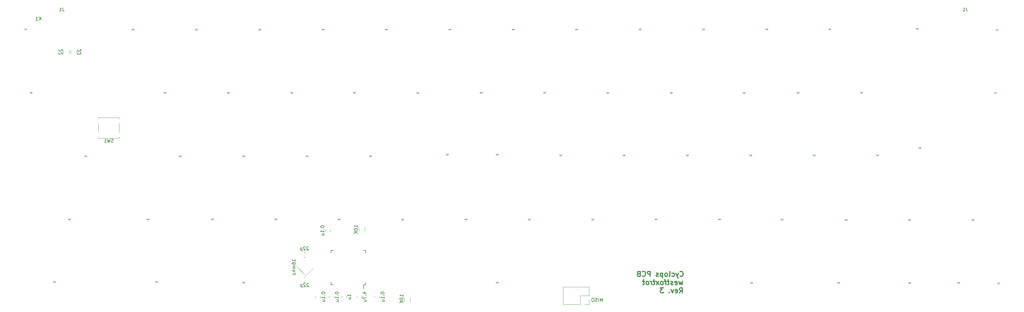
<source format=gbo>
G04 #@! TF.GenerationSoftware,KiCad,Pcbnew,(5.0.0)*
G04 #@! TF.CreationDate,2018-12-28T22:46:04+01:00*
G04 #@! TF.ProjectId,cyclops,6379636C6F70732E6B696361645F7063,rev?*
G04 #@! TF.SameCoordinates,Original*
G04 #@! TF.FileFunction,Legend,Bot*
G04 #@! TF.FilePolarity,Positive*
%FSLAX46Y46*%
G04 Gerber Fmt 4.6, Leading zero omitted, Abs format (unit mm)*
G04 Created by KiCad (PCBNEW (5.0.0)) date 12/28/18 22:46:04*
%MOMM*%
%LPD*%
G01*
G04 APERTURE LIST*
%ADD10C,0.300000*%
%ADD11C,0.075000*%
%ADD12C,0.120000*%
%ADD13C,0.150000*%
G04 APERTURE END LIST*
D10*
X272242857Y-186428571D02*
X272742857Y-185714285D01*
X273100000Y-186428571D02*
X273100000Y-184928571D01*
X272528571Y-184928571D01*
X272385714Y-185000000D01*
X272314285Y-185071428D01*
X272242857Y-185214285D01*
X272242857Y-185428571D01*
X272314285Y-185571428D01*
X272385714Y-185642857D01*
X272528571Y-185714285D01*
X273100000Y-185714285D01*
X271028571Y-186357142D02*
X271171428Y-186428571D01*
X271457142Y-186428571D01*
X271600000Y-186357142D01*
X271671428Y-186214285D01*
X271671428Y-185642857D01*
X271600000Y-185500000D01*
X271457142Y-185428571D01*
X271171428Y-185428571D01*
X271028571Y-185500000D01*
X270957142Y-185642857D01*
X270957142Y-185785714D01*
X271671428Y-185928571D01*
X270457142Y-185428571D02*
X270100000Y-186428571D01*
X269742857Y-185428571D01*
X269171428Y-186285714D02*
X269100000Y-186357142D01*
X269171428Y-186428571D01*
X269242857Y-186357142D01*
X269171428Y-186285714D01*
X269171428Y-186428571D01*
X267457142Y-184928571D02*
X266528571Y-184928571D01*
X267028571Y-185500000D01*
X266814285Y-185500000D01*
X266671428Y-185571428D01*
X266600000Y-185642857D01*
X266528571Y-185785714D01*
X266528571Y-186142857D01*
X266600000Y-186285714D01*
X266671428Y-186357142D01*
X266814285Y-186428571D01*
X267242857Y-186428571D01*
X267385714Y-186357142D01*
X267457142Y-186285714D01*
X273145357Y-182953571D02*
X272984642Y-183953571D01*
X272609642Y-183239285D01*
X272413214Y-183953571D01*
X272002500Y-182953571D01*
X270975714Y-183882142D02*
X271127500Y-183953571D01*
X271413214Y-183953571D01*
X271547142Y-183882142D01*
X271600714Y-183739285D01*
X271529285Y-183167857D01*
X271440000Y-183025000D01*
X271288214Y-182953571D01*
X271002500Y-182953571D01*
X270868571Y-183025000D01*
X270815000Y-183167857D01*
X270832857Y-183310714D01*
X271565000Y-183453571D01*
X270332857Y-183882142D02*
X270198928Y-183953571D01*
X269913214Y-183953571D01*
X269761428Y-183882142D01*
X269672142Y-183739285D01*
X269663214Y-183667857D01*
X269716785Y-183525000D01*
X269850714Y-183453571D01*
X270065000Y-183453571D01*
X270198928Y-183382142D01*
X270252500Y-183239285D01*
X270243571Y-183167857D01*
X270154285Y-183025000D01*
X270002500Y-182953571D01*
X269788214Y-182953571D01*
X269654285Y-183025000D01*
X269145357Y-182953571D02*
X268573928Y-182953571D01*
X268868571Y-182453571D02*
X269029285Y-183739285D01*
X268975714Y-183882142D01*
X268841785Y-183953571D01*
X268698928Y-183953571D01*
X268288214Y-182953571D02*
X267716785Y-182953571D01*
X268198928Y-183953571D02*
X268038214Y-182667857D01*
X267948928Y-182525000D01*
X267797142Y-182453571D01*
X267654285Y-182453571D01*
X267127500Y-183953571D02*
X267261428Y-183882142D01*
X267323928Y-183810714D01*
X267377500Y-183667857D01*
X267323928Y-183239285D01*
X267234642Y-183096428D01*
X267154285Y-183025000D01*
X267002500Y-182953571D01*
X266788214Y-182953571D01*
X266654285Y-183025000D01*
X266591785Y-183096428D01*
X266538214Y-183239285D01*
X266591785Y-183667857D01*
X266681071Y-183810714D01*
X266761428Y-183882142D01*
X266913214Y-183953571D01*
X267127500Y-183953571D01*
X266127500Y-183953571D02*
X265216785Y-182953571D01*
X266002500Y-182953571D02*
X265341785Y-183953571D01*
X264859642Y-182953571D02*
X264288214Y-182953571D01*
X264582857Y-182453571D02*
X264743571Y-183739285D01*
X264690000Y-183882142D01*
X264556071Y-183953571D01*
X264413214Y-183953571D01*
X263913214Y-183953571D02*
X263788214Y-182953571D01*
X263823928Y-183239285D02*
X263734642Y-183096428D01*
X263654285Y-183025000D01*
X263502500Y-182953571D01*
X263359642Y-182953571D01*
X262770357Y-183953571D02*
X262904285Y-183882142D01*
X262966785Y-183810714D01*
X263020357Y-183667857D01*
X262966785Y-183239285D01*
X262877500Y-183096428D01*
X262797142Y-183025000D01*
X262645357Y-182953571D01*
X262431071Y-182953571D01*
X262297142Y-183025000D01*
X262234642Y-183096428D01*
X262181071Y-183239285D01*
X262234642Y-183667857D01*
X262323928Y-183810714D01*
X262404285Y-183882142D01*
X262556071Y-183953571D01*
X262770357Y-183953571D01*
X261716785Y-182953571D02*
X261145357Y-182953571D01*
X261440000Y-182453571D02*
X261600714Y-183739285D01*
X261547142Y-183882142D01*
X261413214Y-183953571D01*
X261270357Y-183953571D01*
X272403571Y-181310714D02*
X272475000Y-181382142D01*
X272689285Y-181453571D01*
X272832142Y-181453571D01*
X273046428Y-181382142D01*
X273189285Y-181239285D01*
X273260714Y-181096428D01*
X273332142Y-180810714D01*
X273332142Y-180596428D01*
X273260714Y-180310714D01*
X273189285Y-180167857D01*
X273046428Y-180025000D01*
X272832142Y-179953571D01*
X272689285Y-179953571D01*
X272475000Y-180025000D01*
X272403571Y-180096428D01*
X271903571Y-180453571D02*
X271546428Y-181453571D01*
X271189285Y-180453571D02*
X271546428Y-181453571D01*
X271689285Y-181810714D01*
X271760714Y-181882142D01*
X271903571Y-181953571D01*
X269975000Y-181382142D02*
X270117857Y-181453571D01*
X270403571Y-181453571D01*
X270546428Y-181382142D01*
X270617857Y-181310714D01*
X270689285Y-181167857D01*
X270689285Y-180739285D01*
X270617857Y-180596428D01*
X270546428Y-180525000D01*
X270403571Y-180453571D01*
X270117857Y-180453571D01*
X269975000Y-180525000D01*
X269117857Y-181453571D02*
X269260714Y-181382142D01*
X269332142Y-181239285D01*
X269332142Y-179953571D01*
X268332142Y-181453571D02*
X268475000Y-181382142D01*
X268546428Y-181310714D01*
X268617857Y-181167857D01*
X268617857Y-180739285D01*
X268546428Y-180596428D01*
X268475000Y-180525000D01*
X268332142Y-180453571D01*
X268117857Y-180453571D01*
X267975000Y-180525000D01*
X267903571Y-180596428D01*
X267832142Y-180739285D01*
X267832142Y-181167857D01*
X267903571Y-181310714D01*
X267975000Y-181382142D01*
X268117857Y-181453571D01*
X268332142Y-181453571D01*
X267189285Y-180453571D02*
X267189285Y-181953571D01*
X267189285Y-180525000D02*
X267046428Y-180453571D01*
X266760714Y-180453571D01*
X266617857Y-180525000D01*
X266546428Y-180596428D01*
X266475000Y-180739285D01*
X266475000Y-181167857D01*
X266546428Y-181310714D01*
X266617857Y-181382142D01*
X266760714Y-181453571D01*
X267046428Y-181453571D01*
X267189285Y-181382142D01*
X265903571Y-181382142D02*
X265760714Y-181453571D01*
X265475000Y-181453571D01*
X265332142Y-181382142D01*
X265260714Y-181239285D01*
X265260714Y-181167857D01*
X265332142Y-181025000D01*
X265475000Y-180953571D01*
X265689285Y-180953571D01*
X265832142Y-180882142D01*
X265903571Y-180739285D01*
X265903571Y-180667857D01*
X265832142Y-180525000D01*
X265689285Y-180453571D01*
X265475000Y-180453571D01*
X265332142Y-180525000D01*
X263475000Y-181453571D02*
X263475000Y-179953571D01*
X262903571Y-179953571D01*
X262760714Y-180025000D01*
X262689285Y-180096428D01*
X262617857Y-180239285D01*
X262617857Y-180453571D01*
X262689285Y-180596428D01*
X262760714Y-180667857D01*
X262903571Y-180739285D01*
X263475000Y-180739285D01*
X261117857Y-181310714D02*
X261189285Y-181382142D01*
X261403571Y-181453571D01*
X261546428Y-181453571D01*
X261760714Y-181382142D01*
X261903571Y-181239285D01*
X261975000Y-181096428D01*
X262046428Y-180810714D01*
X262046428Y-180596428D01*
X261975000Y-180310714D01*
X261903571Y-180167857D01*
X261760714Y-180025000D01*
X261546428Y-179953571D01*
X261403571Y-179953571D01*
X261189285Y-180025000D01*
X261117857Y-180096428D01*
X259975000Y-180667857D02*
X259760714Y-180739285D01*
X259689285Y-180810714D01*
X259617857Y-180953571D01*
X259617857Y-181167857D01*
X259689285Y-181310714D01*
X259760714Y-181382142D01*
X259903571Y-181453571D01*
X260475000Y-181453571D01*
X260475000Y-179953571D01*
X259975000Y-179953571D01*
X259832142Y-180025000D01*
X259760714Y-180096428D01*
X259689285Y-180239285D01*
X259689285Y-180382142D01*
X259760714Y-180525000D01*
X259832142Y-180596428D01*
X259975000Y-180667857D01*
X260475000Y-180667857D01*
D11*
G04 #@! TO.C,D1*
X75400000Y-106950000D02*
X75750000Y-107250000D01*
X76100000Y-106950000D02*
X75400000Y-106950000D01*
X75750000Y-107250000D02*
X76100000Y-106950000D01*
X76100000Y-107250000D02*
X75400000Y-107250000D01*
G04 #@! TO.C,D2*
X107600000Y-107038000D02*
X107950000Y-107338000D01*
X108300000Y-107038000D02*
X107600000Y-107038000D01*
X107950000Y-107338000D02*
X108300000Y-107038000D01*
X108300000Y-107338000D02*
X107600000Y-107338000D01*
G04 #@! TO.C,D3*
X126650000Y-107038000D02*
X127000000Y-107338000D01*
X127350000Y-107038000D02*
X126650000Y-107038000D01*
X127000000Y-107338000D02*
X127350000Y-107038000D01*
X127350000Y-107338000D02*
X126650000Y-107338000D01*
G04 #@! TO.C,D4*
X145700000Y-107038000D02*
X146050000Y-107338000D01*
X146400000Y-107038000D02*
X145700000Y-107038000D01*
X146050000Y-107338000D02*
X146400000Y-107038000D01*
X146400000Y-107338000D02*
X145700000Y-107338000D01*
G04 #@! TO.C,D5*
X164750000Y-106961800D02*
X165100000Y-107261800D01*
X165450000Y-106961800D02*
X164750000Y-106961800D01*
X165100000Y-107261800D02*
X165450000Y-106961800D01*
X165450000Y-107261800D02*
X164750000Y-107261800D01*
G04 #@! TO.C,D6*
X183800000Y-106974500D02*
X184150000Y-107274500D01*
X184500000Y-106974500D02*
X183800000Y-106974500D01*
X184150000Y-107274500D02*
X184500000Y-106974500D01*
X184500000Y-107274500D02*
X183800000Y-107274500D01*
G04 #@! TO.C,D7*
X202850000Y-106961800D02*
X203200000Y-107261800D01*
X203550000Y-106961800D02*
X202850000Y-106961800D01*
X203200000Y-107261800D02*
X203550000Y-106961800D01*
X203550000Y-107261800D02*
X202850000Y-107261800D01*
G04 #@! TO.C,D8*
X221900000Y-106961800D02*
X222250000Y-107261800D01*
X222600000Y-106961800D02*
X221900000Y-106961800D01*
X222250000Y-107261800D02*
X222600000Y-106961800D01*
X222600000Y-107261800D02*
X221900000Y-107261800D01*
G04 #@! TO.C,D9*
X240950000Y-106961800D02*
X241300000Y-107261800D01*
X241650000Y-106961800D02*
X240950000Y-106961800D01*
X241300000Y-107261800D02*
X241650000Y-106961800D01*
X241650000Y-107261800D02*
X240950000Y-107261800D01*
G04 #@! TO.C,D10*
X260000000Y-106936400D02*
X260350000Y-107236400D01*
X260700000Y-106936400D02*
X260000000Y-106936400D01*
X260350000Y-107236400D02*
X260700000Y-106936400D01*
X260700000Y-107236400D02*
X260000000Y-107236400D01*
G04 #@! TO.C,D11*
X279050000Y-106923700D02*
X279400000Y-107223700D01*
X279750000Y-106923700D02*
X279050000Y-106923700D01*
X279400000Y-107223700D02*
X279750000Y-106923700D01*
X279750000Y-107223700D02*
X279050000Y-107223700D01*
G04 #@! TO.C,D12*
X298100000Y-106923700D02*
X298450000Y-107223700D01*
X298800000Y-106923700D02*
X298100000Y-106923700D01*
X298450000Y-107223700D02*
X298800000Y-106923700D01*
X298800000Y-107223700D02*
X298100000Y-107223700D01*
G04 #@! TO.C,D13*
X317000000Y-106875000D02*
X317350000Y-107175000D01*
X317700000Y-106875000D02*
X317000000Y-106875000D01*
X317350000Y-107175000D02*
X317700000Y-106875000D01*
X317700000Y-107175000D02*
X317000000Y-107175000D01*
G04 #@! TO.C,D14*
X343312000Y-106784000D02*
X343662000Y-107084000D01*
X344012000Y-106784000D02*
X343312000Y-106784000D01*
X343662000Y-107084000D02*
X344012000Y-106784000D01*
X344012000Y-107084000D02*
X343312000Y-107084000D01*
G04 #@! TO.C,D15*
X76967600Y-126011800D02*
X77317600Y-126311800D01*
X77667600Y-126011800D02*
X76967600Y-126011800D01*
X77317600Y-126311800D02*
X77667600Y-126011800D01*
X77667600Y-126311800D02*
X76967600Y-126311800D01*
G04 #@! TO.C,D16*
X117252000Y-126024500D02*
X117602000Y-126324500D01*
X117952000Y-126024500D02*
X117252000Y-126024500D01*
X117602000Y-126324500D02*
X117952000Y-126024500D01*
X117952000Y-126324500D02*
X117252000Y-126324500D01*
G04 #@! TO.C,D17*
X136302000Y-126011800D02*
X136652000Y-126311800D01*
X137002000Y-126011800D02*
X136302000Y-126011800D01*
X136652000Y-126311800D02*
X137002000Y-126011800D01*
X137002000Y-126311800D02*
X136302000Y-126311800D01*
G04 #@! TO.C,D18*
X155352000Y-126011800D02*
X155702000Y-126311800D01*
X156052000Y-126011800D02*
X155352000Y-126011800D01*
X155702000Y-126311800D02*
X156052000Y-126011800D01*
X156052000Y-126311800D02*
X155352000Y-126311800D01*
G04 #@! TO.C,D19*
X174148000Y-125999100D02*
X174498000Y-126299100D01*
X174848000Y-125999100D02*
X174148000Y-125999100D01*
X174498000Y-126299100D02*
X174848000Y-125999100D01*
X174848000Y-126299100D02*
X174148000Y-126299100D01*
G04 #@! TO.C,D20*
X193198000Y-126088000D02*
X193548000Y-126388000D01*
X193898000Y-126088000D02*
X193198000Y-126088000D01*
X193548000Y-126388000D02*
X193898000Y-126088000D01*
X193898000Y-126388000D02*
X193198000Y-126388000D01*
G04 #@! TO.C,D21*
X212248000Y-126024500D02*
X212598000Y-126324500D01*
X212948000Y-126024500D02*
X212248000Y-126024500D01*
X212598000Y-126324500D02*
X212948000Y-126024500D01*
X212948000Y-126324500D02*
X212248000Y-126324500D01*
G04 #@! TO.C,D22*
X231298000Y-125986400D02*
X231648000Y-126286400D01*
X231998000Y-125986400D02*
X231298000Y-125986400D01*
X231648000Y-126286400D02*
X231998000Y-125986400D01*
X231998000Y-126286400D02*
X231298000Y-126286400D01*
G04 #@! TO.C,D23*
X250348000Y-126011800D02*
X250698000Y-126311800D01*
X251048000Y-126011800D02*
X250348000Y-126011800D01*
X250698000Y-126311800D02*
X251048000Y-126011800D01*
X251048000Y-126311800D02*
X250348000Y-126311800D01*
G04 #@! TO.C,D24*
X269398000Y-126088000D02*
X269748000Y-126388000D01*
X270098000Y-126088000D02*
X269398000Y-126088000D01*
X269748000Y-126388000D02*
X270098000Y-126088000D01*
X270098000Y-126388000D02*
X269398000Y-126388000D01*
G04 #@! TO.C,D25*
X291242000Y-126088000D02*
X291592000Y-126388000D01*
X291942000Y-126088000D02*
X291242000Y-126088000D01*
X291592000Y-126388000D02*
X291942000Y-126088000D01*
X291942000Y-126388000D02*
X291242000Y-126388000D01*
G04 #@! TO.C,D26*
X307498000Y-126011800D02*
X307848000Y-126311800D01*
X308198000Y-126011800D02*
X307498000Y-126011800D01*
X307848000Y-126311800D02*
X308198000Y-126011800D01*
X308198000Y-126311800D02*
X307498000Y-126311800D01*
G04 #@! TO.C,D27*
X326548000Y-125999100D02*
X326898000Y-126299100D01*
X327248000Y-125999100D02*
X326548000Y-125999100D01*
X326898000Y-126299100D02*
X327248000Y-125999100D01*
X327248000Y-126299100D02*
X326548000Y-126299100D01*
G04 #@! TO.C,D28*
X93376000Y-145138000D02*
X93726000Y-145438000D01*
X94076000Y-145138000D02*
X93376000Y-145138000D01*
X93726000Y-145438000D02*
X94076000Y-145138000D01*
X94076000Y-145438000D02*
X93376000Y-145438000D01*
G04 #@! TO.C,D29*
X121824000Y-145138000D02*
X122174000Y-145438000D01*
X122524000Y-145138000D02*
X121824000Y-145138000D01*
X122174000Y-145438000D02*
X122524000Y-145138000D01*
X122524000Y-145438000D02*
X121824000Y-145438000D01*
G04 #@! TO.C,D30*
X140874000Y-145138000D02*
X141224000Y-145438000D01*
X141574000Y-145138000D02*
X140874000Y-145138000D01*
X141224000Y-145438000D02*
X141574000Y-145138000D01*
X141574000Y-145438000D02*
X140874000Y-145438000D01*
G04 #@! TO.C,D31*
X159924000Y-145138000D02*
X160274000Y-145438000D01*
X160624000Y-145138000D02*
X159924000Y-145138000D01*
X160274000Y-145438000D02*
X160624000Y-145138000D01*
X160624000Y-145438000D02*
X159924000Y-145438000D01*
G04 #@! TO.C,D32*
X178974000Y-145138000D02*
X179324000Y-145438000D01*
X179674000Y-145138000D02*
X178974000Y-145138000D01*
X179324000Y-145438000D02*
X179674000Y-145138000D01*
X179674000Y-145438000D02*
X178974000Y-145438000D01*
G04 #@! TO.C,D33*
X202088000Y-144630000D02*
X202438000Y-144930000D01*
X202788000Y-144630000D02*
X202088000Y-144630000D01*
X202438000Y-144930000D02*
X202788000Y-144630000D01*
X202788000Y-144930000D02*
X202088000Y-144930000D01*
G04 #@! TO.C,D34*
X217074000Y-144630000D02*
X217424000Y-144930000D01*
X217774000Y-144630000D02*
X217074000Y-144630000D01*
X217424000Y-144930000D02*
X217774000Y-144630000D01*
X217774000Y-144930000D02*
X217074000Y-144930000D01*
G04 #@! TO.C,D35*
X236124000Y-144884000D02*
X236474000Y-145184000D01*
X236824000Y-144884000D02*
X236124000Y-144884000D01*
X236474000Y-145184000D02*
X236824000Y-144884000D01*
X236824000Y-145184000D02*
X236124000Y-145184000D01*
G04 #@! TO.C,D36*
X255174000Y-144884000D02*
X255524000Y-145184000D01*
X255874000Y-144884000D02*
X255174000Y-144884000D01*
X255524000Y-145184000D02*
X255874000Y-144884000D01*
X255874000Y-145184000D02*
X255174000Y-145184000D01*
G04 #@! TO.C,D37*
X274224000Y-144884000D02*
X274574000Y-145184000D01*
X274924000Y-144884000D02*
X274224000Y-144884000D01*
X274574000Y-145184000D02*
X274924000Y-144884000D01*
X274924000Y-145184000D02*
X274224000Y-145184000D01*
G04 #@! TO.C,D38*
X293274000Y-144884000D02*
X293624000Y-145184000D01*
X293974000Y-144884000D02*
X293274000Y-144884000D01*
X293624000Y-145184000D02*
X293974000Y-144884000D01*
X293974000Y-145184000D02*
X293274000Y-145184000D01*
G04 #@! TO.C,D39*
X312324000Y-144884000D02*
X312674000Y-145184000D01*
X313024000Y-144884000D02*
X312324000Y-144884000D01*
X312674000Y-145184000D02*
X313024000Y-144884000D01*
X313024000Y-145184000D02*
X312324000Y-145184000D01*
G04 #@! TO.C,D40*
X331374000Y-144884000D02*
X331724000Y-145184000D01*
X332074000Y-144884000D02*
X331374000Y-144884000D01*
X331724000Y-145184000D02*
X332074000Y-144884000D01*
X332074000Y-145184000D02*
X331374000Y-145184000D01*
G04 #@! TO.C,D41*
X88550000Y-164111800D02*
X88900000Y-164411800D01*
X89250000Y-164111800D02*
X88550000Y-164111800D01*
X88900000Y-164411800D02*
X89250000Y-164111800D01*
X89250000Y-164411800D02*
X88550000Y-164411800D01*
G04 #@! TO.C,D42*
X112172000Y-164111800D02*
X112522000Y-164411800D01*
X112872000Y-164111800D02*
X112172000Y-164111800D01*
X112522000Y-164411800D02*
X112872000Y-164111800D01*
X112872000Y-164411800D02*
X112172000Y-164411800D01*
G04 #@! TO.C,D43*
X131476000Y-164099100D02*
X131826000Y-164399100D01*
X132176000Y-164099100D02*
X131476000Y-164099100D01*
X131826000Y-164399100D02*
X132176000Y-164099100D01*
X132176000Y-164399100D02*
X131476000Y-164399100D01*
G04 #@! TO.C,D44*
X150526000Y-164099100D02*
X150876000Y-164399100D01*
X151226000Y-164099100D02*
X150526000Y-164099100D01*
X150876000Y-164399100D02*
X151226000Y-164099100D01*
X151226000Y-164399100D02*
X150526000Y-164399100D01*
G04 #@! TO.C,D45*
X169576000Y-164111800D02*
X169926000Y-164411800D01*
X170276000Y-164111800D02*
X169576000Y-164111800D01*
X169926000Y-164411800D02*
X170276000Y-164111800D01*
X170276000Y-164411800D02*
X169576000Y-164411800D01*
G04 #@! TO.C,D46*
X188626000Y-164188000D02*
X188976000Y-164488000D01*
X189326000Y-164188000D02*
X188626000Y-164188000D01*
X188976000Y-164488000D02*
X189326000Y-164188000D01*
X189326000Y-164488000D02*
X188626000Y-164488000D01*
G04 #@! TO.C,D47*
X207676000Y-164111800D02*
X208026000Y-164411800D01*
X208376000Y-164111800D02*
X207676000Y-164111800D01*
X208026000Y-164411800D02*
X208376000Y-164111800D01*
X208376000Y-164411800D02*
X207676000Y-164411800D01*
G04 #@! TO.C,D48*
X226726000Y-164188000D02*
X227076000Y-164488000D01*
X227426000Y-164188000D02*
X226726000Y-164188000D01*
X227076000Y-164488000D02*
X227426000Y-164188000D01*
X227426000Y-164488000D02*
X226726000Y-164488000D01*
G04 #@! TO.C,D49*
X245776000Y-164188000D02*
X246126000Y-164488000D01*
X246476000Y-164188000D02*
X245776000Y-164188000D01*
X246126000Y-164488000D02*
X246476000Y-164188000D01*
X246476000Y-164488000D02*
X245776000Y-164488000D01*
G04 #@! TO.C,D50*
X264826000Y-164111800D02*
X265176000Y-164411800D01*
X265526000Y-164111800D02*
X264826000Y-164111800D01*
X265176000Y-164411800D02*
X265526000Y-164111800D01*
X265526000Y-164411800D02*
X264826000Y-164411800D01*
G04 #@! TO.C,D51*
X283876000Y-164137200D02*
X284226000Y-164437200D01*
X284576000Y-164137200D02*
X283876000Y-164137200D01*
X284226000Y-164437200D02*
X284576000Y-164137200D01*
X284576000Y-164437200D02*
X283876000Y-164437200D01*
G04 #@! TO.C,D52*
X302672000Y-164188000D02*
X303022000Y-164488000D01*
X303372000Y-164188000D02*
X302672000Y-164188000D01*
X303022000Y-164488000D02*
X303372000Y-164188000D01*
X303372000Y-164488000D02*
X302672000Y-164488000D01*
G04 #@! TO.C,D53*
X321976000Y-164300000D02*
X322326000Y-164600000D01*
X322676000Y-164300000D02*
X321976000Y-164300000D01*
X322326000Y-164600000D02*
X322676000Y-164300000D01*
X322676000Y-164600000D02*
X321976000Y-164600000D01*
G04 #@! TO.C,D54*
X83978000Y-182984000D02*
X84328000Y-183284000D01*
X84678000Y-182984000D02*
X83978000Y-182984000D01*
X84328000Y-183284000D02*
X84678000Y-182984000D01*
X84678000Y-183284000D02*
X83978000Y-183284000D01*
G04 #@! TO.C,D55*
X114712000Y-182984000D02*
X115062000Y-183284000D01*
X115412000Y-182984000D02*
X114712000Y-182984000D01*
X115062000Y-183284000D02*
X115412000Y-182984000D01*
X115412000Y-183284000D02*
X114712000Y-183284000D01*
G04 #@! TO.C,D56*
X140874000Y-183136400D02*
X141224000Y-183436400D01*
X141574000Y-183136400D02*
X140874000Y-183136400D01*
X141224000Y-183436400D02*
X141574000Y-183136400D01*
X141574000Y-183436400D02*
X140874000Y-183436400D01*
G04 #@! TO.C,D57*
X217074000Y-183136400D02*
X217424000Y-183436400D01*
X217774000Y-183136400D02*
X217074000Y-183136400D01*
X217424000Y-183436400D02*
X217774000Y-183136400D01*
X217774000Y-183436400D02*
X217074000Y-183436400D01*
G04 #@! TO.C,D58*
X293528000Y-183238000D02*
X293878000Y-183538000D01*
X294228000Y-183238000D02*
X293528000Y-183238000D01*
X293878000Y-183538000D02*
X294228000Y-183238000D01*
X294228000Y-183538000D02*
X293528000Y-183538000D01*
G04 #@! TO.C,D59*
X319690000Y-183238000D02*
X320040000Y-183538000D01*
X320390000Y-183238000D02*
X319690000Y-183238000D01*
X320040000Y-183538000D02*
X320390000Y-183238000D01*
X320390000Y-183538000D02*
X319690000Y-183538000D01*
G04 #@! TO.C,D60*
X341026000Y-183238000D02*
X341376000Y-183538000D01*
X341726000Y-183238000D02*
X341026000Y-183238000D01*
X341376000Y-183538000D02*
X341726000Y-183238000D01*
X341726000Y-183538000D02*
X341026000Y-183538000D01*
G04 #@! TO.C,D61*
X344074000Y-142598000D02*
X344424000Y-142898000D01*
X344774000Y-142598000D02*
X344074000Y-142598000D01*
X344424000Y-142898000D02*
X344774000Y-142598000D01*
X344774000Y-142898000D02*
X344074000Y-142898000D01*
G04 #@! TO.C,D62*
X367300000Y-107100000D02*
X367650000Y-107400000D01*
X368000000Y-107100000D02*
X367300000Y-107100000D01*
X367650000Y-107400000D02*
X368000000Y-107100000D01*
X368000000Y-107400000D02*
X367300000Y-107400000D01*
G04 #@! TO.C,D63*
X366800000Y-126050000D02*
X367150000Y-126350000D01*
X367500000Y-126050000D02*
X366800000Y-126050000D01*
X367150000Y-126350000D02*
X367500000Y-126050000D01*
X367500000Y-126350000D02*
X366800000Y-126350000D01*
G04 #@! TO.C,D64*
X341026000Y-164300000D02*
X341376000Y-164600000D01*
X341726000Y-164300000D02*
X341026000Y-164300000D01*
X341376000Y-164600000D02*
X341726000Y-164300000D01*
X341726000Y-164600000D02*
X341026000Y-164600000D01*
G04 #@! TO.C,D65*
X360076000Y-164300000D02*
X360426000Y-164600000D01*
X360776000Y-164300000D02*
X360076000Y-164300000D01*
X360426000Y-164600000D02*
X360776000Y-164300000D01*
X360776000Y-164600000D02*
X360076000Y-164600000D01*
G04 #@! TO.C,D66*
X355758000Y-183238000D02*
X356108000Y-183538000D01*
X356458000Y-183238000D02*
X355758000Y-183238000D01*
X356108000Y-183538000D02*
X356458000Y-183238000D01*
X356458000Y-183538000D02*
X355758000Y-183538000D01*
G04 #@! TO.C,D67*
X367750000Y-183400000D02*
X368100000Y-183700000D01*
X368450000Y-183400000D02*
X367750000Y-183400000D01*
X368100000Y-183700000D02*
X368450000Y-183400000D01*
X368450000Y-183700000D02*
X367750000Y-183700000D01*
D12*
G04 #@! TO.C,R1*
X91050000Y-114525000D02*
X91050000Y-113325000D01*
X89290000Y-113325000D02*
X89290000Y-114525000D01*
G04 #@! TO.C,R2*
X88830000Y-114525000D02*
X88830000Y-113325000D01*
X87070000Y-113325000D02*
X87070000Y-114525000D01*
G04 #@! TO.C,R3*
X191300000Y-189068000D02*
X191300000Y-187868000D01*
X189540000Y-187868000D02*
X189540000Y-189068000D01*
G04 #@! TO.C,R4*
X175904000Y-166706000D02*
X175904000Y-167906000D01*
X177664000Y-167906000D02*
X177664000Y-166706000D01*
G04 #@! TO.C,SW1*
X97573700Y-134103600D02*
X97573700Y-133653600D01*
X97573700Y-133653600D02*
X103873700Y-133653600D01*
X103873700Y-133653600D02*
X103873700Y-134053600D01*
X97573700Y-135403600D02*
X97573700Y-138103600D01*
X103873700Y-138103600D02*
X103873700Y-135403600D01*
X97573700Y-139853600D02*
X103873700Y-139853600D01*
X103873700Y-139853600D02*
X103873700Y-139403600D01*
X97573700Y-139403600D02*
X97573700Y-139853600D01*
G04 #@! TO.C,J2*
X237290000Y-189880000D02*
X237290000Y-184680000D01*
X242430000Y-189880000D02*
X237290000Y-189880000D01*
X245030000Y-184680000D02*
X237290000Y-184680000D01*
X242430000Y-189880000D02*
X242430000Y-187280000D01*
X242430000Y-187280000D02*
X245030000Y-187280000D01*
X245030000Y-187280000D02*
X245030000Y-184680000D01*
X243700000Y-189880000D02*
X245030000Y-189880000D01*
X245030000Y-189880000D02*
X245030000Y-188550000D01*
D13*
G04 #@! TO.C,U1*
X177895000Y-183991000D02*
X177320000Y-183991000D01*
X177895000Y-173641000D02*
X177220000Y-173641000D01*
X167545000Y-173641000D02*
X168220000Y-173641000D01*
X167545000Y-183991000D02*
X168220000Y-183991000D01*
X177895000Y-183991000D02*
X177895000Y-183316000D01*
X167545000Y-183991000D02*
X167545000Y-183316000D01*
X167545000Y-173641000D02*
X167545000Y-174316000D01*
X177895000Y-173641000D02*
X177895000Y-174316000D01*
X177320000Y-183991000D02*
X177320000Y-185266000D01*
D12*
G04 #@! TO.C,C1*
X162865000Y-187338748D02*
X162865000Y-187861252D01*
X164285000Y-187338748D02*
X164285000Y-187861252D01*
G04 #@! TO.C,C2*
X182085000Y-187338748D02*
X182085000Y-187861252D01*
X180665000Y-187338748D02*
X180665000Y-187861252D01*
G04 #@! TO.C,C3*
X165914000Y-167921252D02*
X165914000Y-167398748D01*
X167334000Y-167921252D02*
X167334000Y-167398748D01*
G04 #@! TO.C,C4*
X166940000Y-187338748D02*
X166940000Y-187861252D01*
X168360000Y-187338748D02*
X168360000Y-187861252D01*
G04 #@! TO.C,C5*
X175265000Y-187338748D02*
X175265000Y-187861252D01*
X176685000Y-187338748D02*
X176685000Y-187861252D01*
G04 #@! TO.C,C6*
X159793252Y-174240000D02*
X159270748Y-174240000D01*
X159793252Y-175660000D02*
X159270748Y-175660000D01*
G04 #@! TO.C,C7*
X159288748Y-181740000D02*
X159811252Y-181740000D01*
X159288748Y-183160000D02*
X159811252Y-183160000D01*
G04 #@! TO.C,C8*
X170765000Y-187886252D02*
X170765000Y-187363748D01*
X172185000Y-187886252D02*
X172185000Y-187363748D01*
G04 #@! TO.C,X1*
X162230940Y-178897487D02*
X159897487Y-181230940D01*
X159897487Y-181230940D02*
X157069060Y-178402513D01*
G04 #@! TO.C,J1*
D13*
X358473333Y-100582380D02*
X358473333Y-101296666D01*
X358520952Y-101439523D01*
X358616190Y-101534761D01*
X358759047Y-101582380D01*
X358854285Y-101582380D01*
X357473333Y-101582380D02*
X358044761Y-101582380D01*
X357759047Y-101582380D02*
X357759047Y-100582380D01*
X357854285Y-100725238D01*
X357949523Y-100820476D01*
X358044761Y-100868095D01*
X86921933Y-100582380D02*
X86921933Y-101296666D01*
X86969552Y-101439523D01*
X87064790Y-101534761D01*
X87207647Y-101582380D01*
X87302885Y-101582380D01*
X85921933Y-101582380D02*
X86493361Y-101582380D01*
X86207647Y-101582380D02*
X86207647Y-100582380D01*
X86302885Y-100725238D01*
X86398123Y-100820476D01*
X86493361Y-100868095D01*
G04 #@! TO.C,K1*
X80290895Y-104389180D02*
X80290895Y-103389180D01*
X79719466Y-104389180D02*
X80148038Y-103817752D01*
X79719466Y-103389180D02*
X80290895Y-103960609D01*
X78767085Y-104389180D02*
X79338514Y-104389180D01*
X79052800Y-104389180D02*
X79052800Y-103389180D01*
X79148038Y-103532038D01*
X79243276Y-103627276D01*
X79338514Y-103674895D01*
G04 #@! TO.C,R1*
X91467619Y-113163095D02*
X91420000Y-113210714D01*
X91372380Y-113305952D01*
X91372380Y-113544047D01*
X91420000Y-113639285D01*
X91467619Y-113686904D01*
X91562857Y-113734523D01*
X91658095Y-113734523D01*
X91800952Y-113686904D01*
X92372380Y-113115476D01*
X92372380Y-113734523D01*
X91467619Y-114115476D02*
X91420000Y-114163095D01*
X91372380Y-114258333D01*
X91372380Y-114496428D01*
X91420000Y-114591666D01*
X91467619Y-114639285D01*
X91562857Y-114686904D01*
X91658095Y-114686904D01*
X91800952Y-114639285D01*
X92372380Y-114067857D01*
X92372380Y-114686904D01*
G04 #@! TO.C,R2*
X85847619Y-113138095D02*
X85800000Y-113185714D01*
X85752380Y-113280952D01*
X85752380Y-113519047D01*
X85800000Y-113614285D01*
X85847619Y-113661904D01*
X85942857Y-113709523D01*
X86038095Y-113709523D01*
X86180952Y-113661904D01*
X86752380Y-113090476D01*
X86752380Y-113709523D01*
X85847619Y-114090476D02*
X85800000Y-114138095D01*
X85752380Y-114233333D01*
X85752380Y-114471428D01*
X85800000Y-114566666D01*
X85847619Y-114614285D01*
X85942857Y-114661904D01*
X86038095Y-114661904D01*
X86180952Y-114614285D01*
X86752380Y-114042857D01*
X86752380Y-114661904D01*
G04 #@! TO.C,R3*
X189174380Y-187523523D02*
X189174380Y-186952095D01*
X189174380Y-187237809D02*
X188174380Y-187237809D01*
X188317238Y-187142571D01*
X188412476Y-187047333D01*
X188460095Y-186952095D01*
X188174380Y-188142571D02*
X188174380Y-188237809D01*
X188222000Y-188333047D01*
X188269619Y-188380666D01*
X188364857Y-188428285D01*
X188555333Y-188475904D01*
X188793428Y-188475904D01*
X188983904Y-188428285D01*
X189079142Y-188380666D01*
X189126761Y-188333047D01*
X189174380Y-188237809D01*
X189174380Y-188142571D01*
X189126761Y-188047333D01*
X189079142Y-187999714D01*
X188983904Y-187952095D01*
X188793428Y-187904476D01*
X188555333Y-187904476D01*
X188364857Y-187952095D01*
X188269619Y-187999714D01*
X188222000Y-188047333D01*
X188174380Y-188142571D01*
X189174380Y-188904476D02*
X188174380Y-188904476D01*
X189174380Y-189475904D02*
X188602952Y-189047333D01*
X188174380Y-189475904D02*
X188745809Y-188904476D01*
G04 #@! TO.C,R4*
X175486380Y-166615523D02*
X175486380Y-166044095D01*
X175486380Y-166329809D02*
X174486380Y-166329809D01*
X174629238Y-166234571D01*
X174724476Y-166139333D01*
X174772095Y-166044095D01*
X174486380Y-167234571D02*
X174486380Y-167329809D01*
X174534000Y-167425047D01*
X174581619Y-167472666D01*
X174676857Y-167520285D01*
X174867333Y-167567904D01*
X175105428Y-167567904D01*
X175295904Y-167520285D01*
X175391142Y-167472666D01*
X175438761Y-167425047D01*
X175486380Y-167329809D01*
X175486380Y-167234571D01*
X175438761Y-167139333D01*
X175391142Y-167091714D01*
X175295904Y-167044095D01*
X175105428Y-166996476D01*
X174867333Y-166996476D01*
X174676857Y-167044095D01*
X174581619Y-167091714D01*
X174534000Y-167139333D01*
X174486380Y-167234571D01*
X175486380Y-167996476D02*
X174486380Y-167996476D01*
X175486380Y-168567904D02*
X174914952Y-168139333D01*
X174486380Y-168567904D02*
X175057809Y-167996476D01*
G04 #@! TO.C,SW1*
X102057033Y-141058361D02*
X101914176Y-141105980D01*
X101676080Y-141105980D01*
X101580842Y-141058361D01*
X101533223Y-141010742D01*
X101485604Y-140915504D01*
X101485604Y-140820266D01*
X101533223Y-140725028D01*
X101580842Y-140677409D01*
X101676080Y-140629790D01*
X101866557Y-140582171D01*
X101961795Y-140534552D01*
X102009414Y-140486933D01*
X102057033Y-140391695D01*
X102057033Y-140296457D01*
X102009414Y-140201219D01*
X101961795Y-140153600D01*
X101866557Y-140105980D01*
X101628461Y-140105980D01*
X101485604Y-140153600D01*
X101152271Y-140105980D02*
X100914176Y-141105980D01*
X100723700Y-140391695D01*
X100533223Y-141105980D01*
X100295128Y-140105980D01*
X99390366Y-141105980D02*
X99961795Y-141105980D01*
X99676080Y-141105980D02*
X99676080Y-140105980D01*
X99771319Y-140248838D01*
X99866557Y-140344076D01*
X99961795Y-140391695D01*
G04 #@! TO.C,J2*
X249096428Y-189002380D02*
X249096428Y-188002380D01*
X248763095Y-188716666D01*
X248429761Y-188002380D01*
X248429761Y-189002380D01*
X247953571Y-189002380D02*
X247953571Y-188002380D01*
X247525000Y-188954761D02*
X247382142Y-189002380D01*
X247144047Y-189002380D01*
X247048809Y-188954761D01*
X247001190Y-188907142D01*
X246953571Y-188811904D01*
X246953571Y-188716666D01*
X247001190Y-188621428D01*
X247048809Y-188573809D01*
X247144047Y-188526190D01*
X247334523Y-188478571D01*
X247429761Y-188430952D01*
X247477380Y-188383333D01*
X247525000Y-188288095D01*
X247525000Y-188192857D01*
X247477380Y-188097619D01*
X247429761Y-188050000D01*
X247334523Y-188002380D01*
X247096428Y-188002380D01*
X246953571Y-188050000D01*
X246334523Y-188002380D02*
X246144047Y-188002380D01*
X246048809Y-188050000D01*
X245953571Y-188145238D01*
X245905952Y-188335714D01*
X245905952Y-188669047D01*
X245953571Y-188859523D01*
X246048809Y-188954761D01*
X246144047Y-189002380D01*
X246334523Y-189002380D01*
X246429761Y-188954761D01*
X246525000Y-188859523D01*
X246572619Y-188669047D01*
X246572619Y-188335714D01*
X246525000Y-188145238D01*
X246429761Y-188050000D01*
X246334523Y-188002380D01*
G04 #@! TO.C,C1*
X164677380Y-186385714D02*
X164677380Y-186480952D01*
X164725000Y-186576190D01*
X164772619Y-186623809D01*
X164867857Y-186671428D01*
X165058333Y-186719047D01*
X165296428Y-186719047D01*
X165486904Y-186671428D01*
X165582142Y-186623809D01*
X165629761Y-186576190D01*
X165677380Y-186480952D01*
X165677380Y-186385714D01*
X165629761Y-186290476D01*
X165582142Y-186242857D01*
X165486904Y-186195238D01*
X165296428Y-186147619D01*
X165058333Y-186147619D01*
X164867857Y-186195238D01*
X164772619Y-186242857D01*
X164725000Y-186290476D01*
X164677380Y-186385714D01*
X165582142Y-187147619D02*
X165629761Y-187195238D01*
X165677380Y-187147619D01*
X165629761Y-187100000D01*
X165582142Y-187147619D01*
X165677380Y-187147619D01*
X165677380Y-188147619D02*
X165677380Y-187576190D01*
X165677380Y-187861904D02*
X164677380Y-187861904D01*
X164820238Y-187766666D01*
X164915476Y-187671428D01*
X164963095Y-187576190D01*
X165010714Y-189004761D02*
X165677380Y-189004761D01*
X165010714Y-188576190D02*
X165534523Y-188576190D01*
X165629761Y-188623809D01*
X165677380Y-188719047D01*
X165677380Y-188861904D01*
X165629761Y-188957142D01*
X165582142Y-189004761D01*
G04 #@! TO.C,C2*
X182477380Y-186385714D02*
X182477380Y-186480952D01*
X182525000Y-186576190D01*
X182572619Y-186623809D01*
X182667857Y-186671428D01*
X182858333Y-186719047D01*
X183096428Y-186719047D01*
X183286904Y-186671428D01*
X183382142Y-186623809D01*
X183429761Y-186576190D01*
X183477380Y-186480952D01*
X183477380Y-186385714D01*
X183429761Y-186290476D01*
X183382142Y-186242857D01*
X183286904Y-186195238D01*
X183096428Y-186147619D01*
X182858333Y-186147619D01*
X182667857Y-186195238D01*
X182572619Y-186242857D01*
X182525000Y-186290476D01*
X182477380Y-186385714D01*
X183382142Y-187147619D02*
X183429761Y-187195238D01*
X183477380Y-187147619D01*
X183429761Y-187100000D01*
X183382142Y-187147619D01*
X183477380Y-187147619D01*
X183477380Y-188147619D02*
X183477380Y-187576190D01*
X183477380Y-187861904D02*
X182477380Y-187861904D01*
X182620238Y-187766666D01*
X182715476Y-187671428D01*
X182763095Y-187576190D01*
X182810714Y-189004761D02*
X183477380Y-189004761D01*
X182810714Y-188576190D02*
X183334523Y-188576190D01*
X183429761Y-188623809D01*
X183477380Y-188719047D01*
X183477380Y-188861904D01*
X183429761Y-188957142D01*
X183382142Y-189004761D01*
G04 #@! TO.C,C3*
X164426380Y-166445714D02*
X164426380Y-166540952D01*
X164474000Y-166636190D01*
X164521619Y-166683809D01*
X164616857Y-166731428D01*
X164807333Y-166779047D01*
X165045428Y-166779047D01*
X165235904Y-166731428D01*
X165331142Y-166683809D01*
X165378761Y-166636190D01*
X165426380Y-166540952D01*
X165426380Y-166445714D01*
X165378761Y-166350476D01*
X165331142Y-166302857D01*
X165235904Y-166255238D01*
X165045428Y-166207619D01*
X164807333Y-166207619D01*
X164616857Y-166255238D01*
X164521619Y-166302857D01*
X164474000Y-166350476D01*
X164426380Y-166445714D01*
X165331142Y-167207619D02*
X165378761Y-167255238D01*
X165426380Y-167207619D01*
X165378761Y-167160000D01*
X165331142Y-167207619D01*
X165426380Y-167207619D01*
X165426380Y-168207619D02*
X165426380Y-167636190D01*
X165426380Y-167921904D02*
X164426380Y-167921904D01*
X164569238Y-167826666D01*
X164664476Y-167731428D01*
X164712095Y-167636190D01*
X164759714Y-169064761D02*
X165426380Y-169064761D01*
X164759714Y-168636190D02*
X165283523Y-168636190D01*
X165378761Y-168683809D01*
X165426380Y-168779047D01*
X165426380Y-168921904D01*
X165378761Y-169017142D01*
X165331142Y-169064761D01*
G04 #@! TO.C,C4*
X168752380Y-186385714D02*
X168752380Y-186480952D01*
X168800000Y-186576190D01*
X168847619Y-186623809D01*
X168942857Y-186671428D01*
X169133333Y-186719047D01*
X169371428Y-186719047D01*
X169561904Y-186671428D01*
X169657142Y-186623809D01*
X169704761Y-186576190D01*
X169752380Y-186480952D01*
X169752380Y-186385714D01*
X169704761Y-186290476D01*
X169657142Y-186242857D01*
X169561904Y-186195238D01*
X169371428Y-186147619D01*
X169133333Y-186147619D01*
X168942857Y-186195238D01*
X168847619Y-186242857D01*
X168800000Y-186290476D01*
X168752380Y-186385714D01*
X169657142Y-187147619D02*
X169704761Y-187195238D01*
X169752380Y-187147619D01*
X169704761Y-187100000D01*
X169657142Y-187147619D01*
X169752380Y-187147619D01*
X169752380Y-188147619D02*
X169752380Y-187576190D01*
X169752380Y-187861904D02*
X168752380Y-187861904D01*
X168895238Y-187766666D01*
X168990476Y-187671428D01*
X169038095Y-187576190D01*
X169085714Y-189004761D02*
X169752380Y-189004761D01*
X169085714Y-188576190D02*
X169609523Y-188576190D01*
X169704761Y-188623809D01*
X169752380Y-188719047D01*
X169752380Y-188861904D01*
X169704761Y-188957142D01*
X169657142Y-189004761D01*
G04 #@! TO.C,C5*
X177410714Y-186623809D02*
X178077380Y-186623809D01*
X177029761Y-186385714D02*
X177744047Y-186147619D01*
X177744047Y-186766666D01*
X177982142Y-187147619D02*
X178029761Y-187195238D01*
X178077380Y-187147619D01*
X178029761Y-187100000D01*
X177982142Y-187147619D01*
X178077380Y-187147619D01*
X177077380Y-187528571D02*
X177077380Y-188195238D01*
X178077380Y-187766666D01*
X177410714Y-189004761D02*
X178077380Y-189004761D01*
X177410714Y-188576190D02*
X177934523Y-188576190D01*
X178029761Y-188623809D01*
X178077380Y-188719047D01*
X178077380Y-188861904D01*
X178029761Y-188957142D01*
X177982142Y-189004761D01*
G04 #@! TO.C,C6*
X160714285Y-172647619D02*
X160666666Y-172600000D01*
X160571428Y-172552380D01*
X160333333Y-172552380D01*
X160238095Y-172600000D01*
X160190476Y-172647619D01*
X160142857Y-172742857D01*
X160142857Y-172838095D01*
X160190476Y-172980952D01*
X160761904Y-173552380D01*
X160142857Y-173552380D01*
X159761904Y-172647619D02*
X159714285Y-172600000D01*
X159619047Y-172552380D01*
X159380952Y-172552380D01*
X159285714Y-172600000D01*
X159238095Y-172647619D01*
X159190476Y-172742857D01*
X159190476Y-172838095D01*
X159238095Y-172980952D01*
X159809523Y-173552380D01*
X159190476Y-173552380D01*
X158761904Y-172885714D02*
X158761904Y-173885714D01*
X158761904Y-172933333D02*
X158666666Y-172885714D01*
X158476190Y-172885714D01*
X158380952Y-172933333D01*
X158333333Y-172980952D01*
X158285714Y-173076190D01*
X158285714Y-173361904D01*
X158333333Y-173457142D01*
X158380952Y-173504761D01*
X158476190Y-173552380D01*
X158666666Y-173552380D01*
X158761904Y-173504761D01*
G04 #@! TO.C,C7*
X160764285Y-183647619D02*
X160716666Y-183600000D01*
X160621428Y-183552380D01*
X160383333Y-183552380D01*
X160288095Y-183600000D01*
X160240476Y-183647619D01*
X160192857Y-183742857D01*
X160192857Y-183838095D01*
X160240476Y-183980952D01*
X160811904Y-184552380D01*
X160192857Y-184552380D01*
X159811904Y-183647619D02*
X159764285Y-183600000D01*
X159669047Y-183552380D01*
X159430952Y-183552380D01*
X159335714Y-183600000D01*
X159288095Y-183647619D01*
X159240476Y-183742857D01*
X159240476Y-183838095D01*
X159288095Y-183980952D01*
X159859523Y-184552380D01*
X159240476Y-184552380D01*
X158811904Y-183885714D02*
X158811904Y-184885714D01*
X158811904Y-183933333D02*
X158716666Y-183885714D01*
X158526190Y-183885714D01*
X158430952Y-183933333D01*
X158383333Y-183980952D01*
X158335714Y-184076190D01*
X158335714Y-184361904D01*
X158383333Y-184457142D01*
X158430952Y-184504761D01*
X158526190Y-184552380D01*
X158716666Y-184552380D01*
X158811904Y-184504761D01*
G04 #@! TO.C,C8*
X173477380Y-187458333D02*
X173477380Y-186886904D01*
X173477380Y-187172619D02*
X172477380Y-187172619D01*
X172620238Y-187077380D01*
X172715476Y-186982142D01*
X172763095Y-186886904D01*
X172810714Y-188315476D02*
X173477380Y-188315476D01*
X172810714Y-187886904D02*
X173334523Y-187886904D01*
X173429761Y-187934523D01*
X173477380Y-188029761D01*
X173477380Y-188172619D01*
X173429761Y-188267857D01*
X173382142Y-188315476D01*
G04 #@! TO.C,X1*
X156802381Y-176935714D02*
X156802381Y-176364285D01*
X156802381Y-176650000D02*
X155802381Y-176650000D01*
X155945239Y-176554761D01*
X156040477Y-176459523D01*
X156088096Y-176364285D01*
X155802381Y-177792857D02*
X155802381Y-177602380D01*
X155850001Y-177507142D01*
X155897620Y-177459523D01*
X156040477Y-177364285D01*
X156230953Y-177316666D01*
X156611905Y-177316666D01*
X156707143Y-177364285D01*
X156754762Y-177411904D01*
X156802381Y-177507142D01*
X156802381Y-177697619D01*
X156754762Y-177792857D01*
X156707143Y-177840476D01*
X156611905Y-177888095D01*
X156373810Y-177888095D01*
X156278572Y-177840476D01*
X156230953Y-177792857D01*
X156183334Y-177697619D01*
X156183334Y-177507142D01*
X156230953Y-177411904D01*
X156278572Y-177364285D01*
X156373810Y-177316666D01*
X156802381Y-178316666D02*
X156135715Y-178316666D01*
X156230953Y-178316666D02*
X156183334Y-178364285D01*
X156135715Y-178459523D01*
X156135715Y-178602380D01*
X156183334Y-178697619D01*
X156278572Y-178745238D01*
X156802381Y-178745238D01*
X156278572Y-178745238D02*
X156183334Y-178792857D01*
X156135715Y-178888095D01*
X156135715Y-179030952D01*
X156183334Y-179126190D01*
X156278572Y-179173809D01*
X156802381Y-179173809D01*
X156802381Y-179650000D02*
X155802381Y-179650000D01*
X156802381Y-180078571D02*
X156278572Y-180078571D01*
X156183334Y-180030952D01*
X156135715Y-179935714D01*
X156135715Y-179792857D01*
X156183334Y-179697619D01*
X156230953Y-179650000D01*
X156135715Y-180459523D02*
X156135715Y-180983333D01*
X156802381Y-180459523D01*
X156802381Y-180983333D01*
G04 #@! TD*
M02*

</source>
